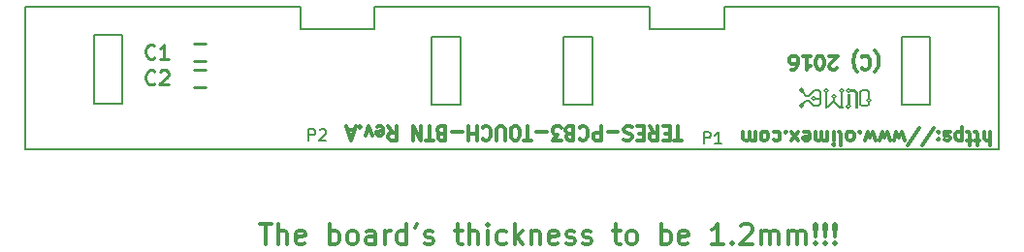
<source format=gbr>
G04 #@! TF.FileFunction,Legend,Top*
%FSLAX46Y46*%
G04 Gerber Fmt 4.6, Leading zero omitted, Abs format (unit mm)*
G04 Created by KiCad (PCBNEW no-vcs-found-undefined) date Tue Nov  8 14:46:45 2016*
%MOMM*%
%LPD*%
G01*
G04 APERTURE LIST*
%ADD10C,0.600000*%
%ADD11C,0.300000*%
%ADD12C,0.150000*%
%ADD13C,0.254000*%
%ADD14C,0.012700*%
%ADD15C,0.062500*%
%ADD16C,0.010000*%
%ADD17C,0.200000*%
G04 APERTURE END LIST*
D10*
D11*
X149183285Y-76343000D02*
X149240428Y-76400142D01*
X149354714Y-76571571D01*
X149411857Y-76685857D01*
X149469000Y-76857285D01*
X149526142Y-77143000D01*
X149526142Y-77371571D01*
X149469000Y-77657285D01*
X149411857Y-77828714D01*
X149354714Y-77943000D01*
X149240428Y-78114428D01*
X149183285Y-78171571D01*
X148040428Y-76914428D02*
X148097571Y-76857285D01*
X148269000Y-76800142D01*
X148383285Y-76800142D01*
X148554714Y-76857285D01*
X148669000Y-76971571D01*
X148726142Y-77085857D01*
X148783285Y-77314428D01*
X148783285Y-77485857D01*
X148726142Y-77714428D01*
X148669000Y-77828714D01*
X148554714Y-77943000D01*
X148383285Y-78000142D01*
X148269000Y-78000142D01*
X148097571Y-77943000D01*
X148040428Y-77885857D01*
X147640428Y-76343000D02*
X147583285Y-76400142D01*
X147469000Y-76571571D01*
X147411857Y-76685857D01*
X147354714Y-76857285D01*
X147297571Y-77143000D01*
X147297571Y-77371571D01*
X147354714Y-77657285D01*
X147411857Y-77828714D01*
X147469000Y-77943000D01*
X147583285Y-78114428D01*
X147640428Y-78171571D01*
X145869000Y-77885857D02*
X145811857Y-77943000D01*
X145697571Y-78000142D01*
X145411857Y-78000142D01*
X145297571Y-77943000D01*
X145240428Y-77885857D01*
X145183285Y-77771571D01*
X145183285Y-77657285D01*
X145240428Y-77485857D01*
X145926142Y-76800142D01*
X145183285Y-76800142D01*
X144440428Y-78000142D02*
X144326142Y-78000142D01*
X144211857Y-77943000D01*
X144154714Y-77885857D01*
X144097571Y-77771571D01*
X144040428Y-77543000D01*
X144040428Y-77257285D01*
X144097571Y-77028714D01*
X144154714Y-76914428D01*
X144211857Y-76857285D01*
X144326142Y-76800142D01*
X144440428Y-76800142D01*
X144554714Y-76857285D01*
X144611857Y-76914428D01*
X144669000Y-77028714D01*
X144726142Y-77257285D01*
X144726142Y-77543000D01*
X144669000Y-77771571D01*
X144611857Y-77885857D01*
X144554714Y-77943000D01*
X144440428Y-78000142D01*
X142897571Y-76800142D02*
X143583285Y-76800142D01*
X143240428Y-76800142D02*
X143240428Y-78000142D01*
X143354714Y-77828714D01*
X143469000Y-77714428D01*
X143583285Y-77657285D01*
X141869000Y-78000142D02*
X142097571Y-78000142D01*
X142211857Y-77943000D01*
X142269000Y-77885857D01*
X142383285Y-77714428D01*
X142440428Y-77485857D01*
X142440428Y-77028714D01*
X142383285Y-76914428D01*
X142326142Y-76857285D01*
X142211857Y-76800142D01*
X141983285Y-76800142D01*
X141869000Y-76857285D01*
X141811857Y-76914428D01*
X141754714Y-77028714D01*
X141754714Y-77314428D01*
X141811857Y-77428714D01*
X141869000Y-77485857D01*
X141983285Y-77543000D01*
X142211857Y-77543000D01*
X142326142Y-77485857D01*
X142383285Y-77428714D01*
X142440428Y-77314428D01*
X159234428Y-83404142D02*
X159234428Y-84604142D01*
X158720142Y-83404142D02*
X158720142Y-84032714D01*
X158777285Y-84147000D01*
X158891571Y-84204142D01*
X159063000Y-84204142D01*
X159177285Y-84147000D01*
X159234428Y-84089857D01*
X158320142Y-84204142D02*
X157863000Y-84204142D01*
X158148714Y-84604142D02*
X158148714Y-83575571D01*
X158091571Y-83461285D01*
X157977285Y-83404142D01*
X157863000Y-83404142D01*
X157634428Y-84204142D02*
X157177285Y-84204142D01*
X157463000Y-84604142D02*
X157463000Y-83575571D01*
X157405857Y-83461285D01*
X157291571Y-83404142D01*
X157177285Y-83404142D01*
X156777285Y-84204142D02*
X156777285Y-83004142D01*
X156777285Y-84147000D02*
X156663000Y-84204142D01*
X156434428Y-84204142D01*
X156320142Y-84147000D01*
X156263000Y-84089857D01*
X156205857Y-83975571D01*
X156205857Y-83632714D01*
X156263000Y-83518428D01*
X156320142Y-83461285D01*
X156434428Y-83404142D01*
X156663000Y-83404142D01*
X156777285Y-83461285D01*
X155748714Y-83461285D02*
X155634428Y-83404142D01*
X155405857Y-83404142D01*
X155291571Y-83461285D01*
X155234428Y-83575571D01*
X155234428Y-83632714D01*
X155291571Y-83747000D01*
X155405857Y-83804142D01*
X155577285Y-83804142D01*
X155691571Y-83861285D01*
X155748714Y-83975571D01*
X155748714Y-84032714D01*
X155691571Y-84147000D01*
X155577285Y-84204142D01*
X155405857Y-84204142D01*
X155291571Y-84147000D01*
X154720142Y-83518428D02*
X154663000Y-83461285D01*
X154720142Y-83404142D01*
X154777285Y-83461285D01*
X154720142Y-83518428D01*
X154720142Y-83404142D01*
X154720142Y-84147000D02*
X154663000Y-84089857D01*
X154720142Y-84032714D01*
X154777285Y-84089857D01*
X154720142Y-84147000D01*
X154720142Y-84032714D01*
X153291571Y-84661285D02*
X154320142Y-83118428D01*
X152034428Y-84661285D02*
X153063000Y-83118428D01*
X151748714Y-84204142D02*
X151520142Y-83404142D01*
X151291571Y-83975571D01*
X151063000Y-83404142D01*
X150834428Y-84204142D01*
X150491571Y-84204142D02*
X150263000Y-83404142D01*
X150034428Y-83975571D01*
X149805857Y-83404142D01*
X149577285Y-84204142D01*
X149234428Y-84204142D02*
X149005857Y-83404142D01*
X148777285Y-83975571D01*
X148548714Y-83404142D01*
X148320142Y-84204142D01*
X147863000Y-83518428D02*
X147805857Y-83461285D01*
X147863000Y-83404142D01*
X147920142Y-83461285D01*
X147863000Y-83518428D01*
X147863000Y-83404142D01*
X147120142Y-83404142D02*
X147234428Y-83461285D01*
X147291571Y-83518428D01*
X147348714Y-83632714D01*
X147348714Y-83975571D01*
X147291571Y-84089857D01*
X147234428Y-84147000D01*
X147120142Y-84204142D01*
X146948714Y-84204142D01*
X146834428Y-84147000D01*
X146777285Y-84089857D01*
X146720142Y-83975571D01*
X146720142Y-83632714D01*
X146777285Y-83518428D01*
X146834428Y-83461285D01*
X146948714Y-83404142D01*
X147120142Y-83404142D01*
X146034428Y-83404142D02*
X146148714Y-83461285D01*
X146205857Y-83575571D01*
X146205857Y-84604142D01*
X145577285Y-83404142D02*
X145577285Y-84204142D01*
X145577285Y-84604142D02*
X145634428Y-84547000D01*
X145577285Y-84489857D01*
X145520142Y-84547000D01*
X145577285Y-84604142D01*
X145577285Y-84489857D01*
X145005857Y-83404142D02*
X145005857Y-84204142D01*
X145005857Y-84089857D02*
X144948714Y-84147000D01*
X144834428Y-84204142D01*
X144663000Y-84204142D01*
X144548714Y-84147000D01*
X144491571Y-84032714D01*
X144491571Y-83404142D01*
X144491571Y-84032714D02*
X144434428Y-84147000D01*
X144320142Y-84204142D01*
X144148714Y-84204142D01*
X144034428Y-84147000D01*
X143977285Y-84032714D01*
X143977285Y-83404142D01*
X142948714Y-83461285D02*
X143063000Y-83404142D01*
X143291571Y-83404142D01*
X143405857Y-83461285D01*
X143463000Y-83575571D01*
X143463000Y-84032714D01*
X143405857Y-84147000D01*
X143291571Y-84204142D01*
X143063000Y-84204142D01*
X142948714Y-84147000D01*
X142891571Y-84032714D01*
X142891571Y-83918428D01*
X143463000Y-83804142D01*
X142491571Y-83404142D02*
X141863000Y-84204142D01*
X142491571Y-84204142D02*
X141863000Y-83404142D01*
X141405857Y-83518428D02*
X141348714Y-83461285D01*
X141405857Y-83404142D01*
X141463000Y-83461285D01*
X141405857Y-83518428D01*
X141405857Y-83404142D01*
X140320142Y-83461285D02*
X140434428Y-83404142D01*
X140663000Y-83404142D01*
X140777285Y-83461285D01*
X140834428Y-83518428D01*
X140891571Y-83632714D01*
X140891571Y-83975571D01*
X140834428Y-84089857D01*
X140777285Y-84147000D01*
X140663000Y-84204142D01*
X140434428Y-84204142D01*
X140320142Y-84147000D01*
X139634428Y-83404142D02*
X139748714Y-83461285D01*
X139805857Y-83518428D01*
X139863000Y-83632714D01*
X139863000Y-83975571D01*
X139805857Y-84089857D01*
X139748714Y-84147000D01*
X139634428Y-84204142D01*
X139463000Y-84204142D01*
X139348714Y-84147000D01*
X139291571Y-84089857D01*
X139234428Y-83975571D01*
X139234428Y-83632714D01*
X139291571Y-83518428D01*
X139348714Y-83461285D01*
X139463000Y-83404142D01*
X139634428Y-83404142D01*
X138720142Y-83404142D02*
X138720142Y-84204142D01*
X138720142Y-84089857D02*
X138663000Y-84147000D01*
X138548714Y-84204142D01*
X138377285Y-84204142D01*
X138263000Y-84147000D01*
X138205857Y-84032714D01*
X138205857Y-83404142D01*
X138205857Y-84032714D02*
X138148714Y-84147000D01*
X138034428Y-84204142D01*
X137863000Y-84204142D01*
X137748714Y-84147000D01*
X137691571Y-84032714D01*
X137691571Y-83404142D01*
X95482833Y-91482333D02*
X96498833Y-91482333D01*
X95990833Y-93260333D02*
X95990833Y-91482333D01*
X97091500Y-93260333D02*
X97091500Y-91482333D01*
X97853500Y-93260333D02*
X97853500Y-92329000D01*
X97768833Y-92159666D01*
X97599500Y-92075000D01*
X97345500Y-92075000D01*
X97176166Y-92159666D01*
X97091500Y-92244333D01*
X99377500Y-93175666D02*
X99208166Y-93260333D01*
X98869500Y-93260333D01*
X98700166Y-93175666D01*
X98615500Y-93006333D01*
X98615500Y-92329000D01*
X98700166Y-92159666D01*
X98869500Y-92075000D01*
X99208166Y-92075000D01*
X99377500Y-92159666D01*
X99462166Y-92329000D01*
X99462166Y-92498333D01*
X98615500Y-92667666D01*
X101578833Y-93260333D02*
X101578833Y-91482333D01*
X101578833Y-92159666D02*
X101748166Y-92075000D01*
X102086833Y-92075000D01*
X102256166Y-92159666D01*
X102340833Y-92244333D01*
X102425500Y-92413666D01*
X102425500Y-92921666D01*
X102340833Y-93091000D01*
X102256166Y-93175666D01*
X102086833Y-93260333D01*
X101748166Y-93260333D01*
X101578833Y-93175666D01*
X103441500Y-93260333D02*
X103272166Y-93175666D01*
X103187500Y-93091000D01*
X103102833Y-92921666D01*
X103102833Y-92413666D01*
X103187500Y-92244333D01*
X103272166Y-92159666D01*
X103441500Y-92075000D01*
X103695500Y-92075000D01*
X103864833Y-92159666D01*
X103949500Y-92244333D01*
X104034166Y-92413666D01*
X104034166Y-92921666D01*
X103949500Y-93091000D01*
X103864833Y-93175666D01*
X103695500Y-93260333D01*
X103441500Y-93260333D01*
X105558166Y-93260333D02*
X105558166Y-92329000D01*
X105473500Y-92159666D01*
X105304166Y-92075000D01*
X104965500Y-92075000D01*
X104796166Y-92159666D01*
X105558166Y-93175666D02*
X105388833Y-93260333D01*
X104965500Y-93260333D01*
X104796166Y-93175666D01*
X104711500Y-93006333D01*
X104711500Y-92837000D01*
X104796166Y-92667666D01*
X104965500Y-92583000D01*
X105388833Y-92583000D01*
X105558166Y-92498333D01*
X106404833Y-93260333D02*
X106404833Y-92075000D01*
X106404833Y-92413666D02*
X106489500Y-92244333D01*
X106574166Y-92159666D01*
X106743500Y-92075000D01*
X106912833Y-92075000D01*
X108267500Y-93260333D02*
X108267500Y-91482333D01*
X108267500Y-93175666D02*
X108098166Y-93260333D01*
X107759500Y-93260333D01*
X107590166Y-93175666D01*
X107505500Y-93091000D01*
X107420833Y-92921666D01*
X107420833Y-92413666D01*
X107505500Y-92244333D01*
X107590166Y-92159666D01*
X107759500Y-92075000D01*
X108098166Y-92075000D01*
X108267500Y-92159666D01*
X109198833Y-91482333D02*
X109029500Y-91821000D01*
X109876166Y-93175666D02*
X110045500Y-93260333D01*
X110384166Y-93260333D01*
X110553500Y-93175666D01*
X110638166Y-93006333D01*
X110638166Y-92921666D01*
X110553500Y-92752333D01*
X110384166Y-92667666D01*
X110130166Y-92667666D01*
X109960833Y-92583000D01*
X109876166Y-92413666D01*
X109876166Y-92329000D01*
X109960833Y-92159666D01*
X110130166Y-92075000D01*
X110384166Y-92075000D01*
X110553500Y-92159666D01*
X112500833Y-92075000D02*
X113178166Y-92075000D01*
X112754833Y-91482333D02*
X112754833Y-93006333D01*
X112839500Y-93175666D01*
X113008833Y-93260333D01*
X113178166Y-93260333D01*
X113770833Y-93260333D02*
X113770833Y-91482333D01*
X114532833Y-93260333D02*
X114532833Y-92329000D01*
X114448166Y-92159666D01*
X114278833Y-92075000D01*
X114024833Y-92075000D01*
X113855500Y-92159666D01*
X113770833Y-92244333D01*
X115379500Y-93260333D02*
X115379500Y-92075000D01*
X115379500Y-91482333D02*
X115294833Y-91567000D01*
X115379500Y-91651666D01*
X115464166Y-91567000D01*
X115379500Y-91482333D01*
X115379500Y-91651666D01*
X116988166Y-93175666D02*
X116818833Y-93260333D01*
X116480166Y-93260333D01*
X116310833Y-93175666D01*
X116226166Y-93091000D01*
X116141500Y-92921666D01*
X116141500Y-92413666D01*
X116226166Y-92244333D01*
X116310833Y-92159666D01*
X116480166Y-92075000D01*
X116818833Y-92075000D01*
X116988166Y-92159666D01*
X117750166Y-93260333D02*
X117750166Y-91482333D01*
X117919500Y-92583000D02*
X118427500Y-93260333D01*
X118427500Y-92075000D02*
X117750166Y-92752333D01*
X119189500Y-92075000D02*
X119189500Y-93260333D01*
X119189500Y-92244333D02*
X119274166Y-92159666D01*
X119443500Y-92075000D01*
X119697500Y-92075000D01*
X119866833Y-92159666D01*
X119951500Y-92329000D01*
X119951500Y-93260333D01*
X121475500Y-93175666D02*
X121306166Y-93260333D01*
X120967500Y-93260333D01*
X120798166Y-93175666D01*
X120713500Y-93006333D01*
X120713500Y-92329000D01*
X120798166Y-92159666D01*
X120967500Y-92075000D01*
X121306166Y-92075000D01*
X121475500Y-92159666D01*
X121560166Y-92329000D01*
X121560166Y-92498333D01*
X120713500Y-92667666D01*
X122237500Y-93175666D02*
X122406833Y-93260333D01*
X122745500Y-93260333D01*
X122914833Y-93175666D01*
X122999500Y-93006333D01*
X122999500Y-92921666D01*
X122914833Y-92752333D01*
X122745500Y-92667666D01*
X122491500Y-92667666D01*
X122322166Y-92583000D01*
X122237500Y-92413666D01*
X122237500Y-92329000D01*
X122322166Y-92159666D01*
X122491500Y-92075000D01*
X122745500Y-92075000D01*
X122914833Y-92159666D01*
X123676833Y-93175666D02*
X123846166Y-93260333D01*
X124184833Y-93260333D01*
X124354166Y-93175666D01*
X124438833Y-93006333D01*
X124438833Y-92921666D01*
X124354166Y-92752333D01*
X124184833Y-92667666D01*
X123930833Y-92667666D01*
X123761500Y-92583000D01*
X123676833Y-92413666D01*
X123676833Y-92329000D01*
X123761500Y-92159666D01*
X123930833Y-92075000D01*
X124184833Y-92075000D01*
X124354166Y-92159666D01*
X126301500Y-92075000D02*
X126978833Y-92075000D01*
X126555500Y-91482333D02*
X126555500Y-93006333D01*
X126640166Y-93175666D01*
X126809500Y-93260333D01*
X126978833Y-93260333D01*
X127825500Y-93260333D02*
X127656166Y-93175666D01*
X127571500Y-93091000D01*
X127486833Y-92921666D01*
X127486833Y-92413666D01*
X127571500Y-92244333D01*
X127656166Y-92159666D01*
X127825500Y-92075000D01*
X128079500Y-92075000D01*
X128248833Y-92159666D01*
X128333500Y-92244333D01*
X128418166Y-92413666D01*
X128418166Y-92921666D01*
X128333500Y-93091000D01*
X128248833Y-93175666D01*
X128079500Y-93260333D01*
X127825500Y-93260333D01*
X130534833Y-93260333D02*
X130534833Y-91482333D01*
X130534833Y-92159666D02*
X130704166Y-92075000D01*
X131042833Y-92075000D01*
X131212166Y-92159666D01*
X131296833Y-92244333D01*
X131381500Y-92413666D01*
X131381500Y-92921666D01*
X131296833Y-93091000D01*
X131212166Y-93175666D01*
X131042833Y-93260333D01*
X130704166Y-93260333D01*
X130534833Y-93175666D01*
X132820833Y-93175666D02*
X132651500Y-93260333D01*
X132312833Y-93260333D01*
X132143500Y-93175666D01*
X132058833Y-93006333D01*
X132058833Y-92329000D01*
X132143500Y-92159666D01*
X132312833Y-92075000D01*
X132651500Y-92075000D01*
X132820833Y-92159666D01*
X132905500Y-92329000D01*
X132905500Y-92498333D01*
X132058833Y-92667666D01*
X135953500Y-93260333D02*
X134937500Y-93260333D01*
X135445500Y-93260333D02*
X135445500Y-91482333D01*
X135276166Y-91736333D01*
X135106833Y-91905666D01*
X134937500Y-91990333D01*
X136715500Y-93091000D02*
X136800166Y-93175666D01*
X136715500Y-93260333D01*
X136630833Y-93175666D01*
X136715500Y-93091000D01*
X136715500Y-93260333D01*
X137477500Y-91651666D02*
X137562166Y-91567000D01*
X137731500Y-91482333D01*
X138154833Y-91482333D01*
X138324166Y-91567000D01*
X138408833Y-91651666D01*
X138493500Y-91821000D01*
X138493500Y-91990333D01*
X138408833Y-92244333D01*
X137392833Y-93260333D01*
X138493500Y-93260333D01*
X139255500Y-93260333D02*
X139255500Y-92075000D01*
X139255500Y-92244333D02*
X139340166Y-92159666D01*
X139509500Y-92075000D01*
X139763500Y-92075000D01*
X139932833Y-92159666D01*
X140017500Y-92329000D01*
X140017500Y-93260333D01*
X140017500Y-92329000D02*
X140102166Y-92159666D01*
X140271500Y-92075000D01*
X140525500Y-92075000D01*
X140694833Y-92159666D01*
X140779500Y-92329000D01*
X140779500Y-93260333D01*
X141626166Y-93260333D02*
X141626166Y-92075000D01*
X141626166Y-92244333D02*
X141710833Y-92159666D01*
X141880166Y-92075000D01*
X142134166Y-92075000D01*
X142303500Y-92159666D01*
X142388166Y-92329000D01*
X142388166Y-93260333D01*
X142388166Y-92329000D02*
X142472833Y-92159666D01*
X142642166Y-92075000D01*
X142896166Y-92075000D01*
X143065500Y-92159666D01*
X143150166Y-92329000D01*
X143150166Y-93260333D01*
X143996833Y-93091000D02*
X144081500Y-93175666D01*
X143996833Y-93260333D01*
X143912166Y-93175666D01*
X143996833Y-93091000D01*
X143996833Y-93260333D01*
X143996833Y-92583000D02*
X143912166Y-91567000D01*
X143996833Y-91482333D01*
X144081500Y-91567000D01*
X143996833Y-92583000D01*
X143996833Y-91482333D01*
X144843500Y-93091000D02*
X144928166Y-93175666D01*
X144843500Y-93260333D01*
X144758833Y-93175666D01*
X144843500Y-93091000D01*
X144843500Y-93260333D01*
X144843500Y-92583000D02*
X144758833Y-91567000D01*
X144843500Y-91482333D01*
X144928166Y-91567000D01*
X144843500Y-92583000D01*
X144843500Y-91482333D01*
X145690166Y-93091000D02*
X145774833Y-93175666D01*
X145690166Y-93260333D01*
X145605500Y-93175666D01*
X145690166Y-93091000D01*
X145690166Y-93260333D01*
X145690166Y-92583000D02*
X145605500Y-91567000D01*
X145690166Y-91482333D01*
X145774833Y-91567000D01*
X145690166Y-92583000D01*
X145690166Y-91482333D01*
D12*
X124500000Y-75100000D02*
X124500000Y-81100000D01*
X122000000Y-81100000D02*
X122000000Y-75100000D01*
X124500000Y-81100000D02*
X122000000Y-81100000D01*
X122000000Y-75100000D02*
X124500000Y-75100000D01*
X151500000Y-81100000D02*
X151500000Y-75100000D01*
X154000000Y-75100000D02*
X154000000Y-81100000D01*
X151500000Y-75100000D02*
X154000000Y-75100000D01*
X154000000Y-81100000D02*
X151500000Y-81100000D01*
X110500000Y-81100000D02*
X110500000Y-75100000D01*
X110500000Y-75100000D02*
X113000000Y-75100000D01*
X113000000Y-75100000D02*
X113000000Y-81100000D01*
X113000000Y-81100000D02*
X110500000Y-81100000D01*
D11*
X132357142Y-84157142D02*
X131671428Y-84157142D01*
X132014285Y-82957142D02*
X132014285Y-84157142D01*
X131271428Y-83585714D02*
X130871428Y-83585714D01*
X130700000Y-82957142D02*
X131271428Y-82957142D01*
X131271428Y-84157142D01*
X130700000Y-84157142D01*
X129500000Y-82957142D02*
X129900000Y-83528571D01*
X130185714Y-82957142D02*
X130185714Y-84157142D01*
X129728571Y-84157142D01*
X129614285Y-84100000D01*
X129557142Y-84042857D01*
X129500000Y-83928571D01*
X129500000Y-83757142D01*
X129557142Y-83642857D01*
X129614285Y-83585714D01*
X129728571Y-83528571D01*
X130185714Y-83528571D01*
X128985714Y-83585714D02*
X128585714Y-83585714D01*
X128414285Y-82957142D02*
X128985714Y-82957142D01*
X128985714Y-84157142D01*
X128414285Y-84157142D01*
X127957142Y-83014285D02*
X127785714Y-82957142D01*
X127500000Y-82957142D01*
X127385714Y-83014285D01*
X127328571Y-83071428D01*
X127271428Y-83185714D01*
X127271428Y-83300000D01*
X127328571Y-83414285D01*
X127385714Y-83471428D01*
X127500000Y-83528571D01*
X127728571Y-83585714D01*
X127842857Y-83642857D01*
X127900000Y-83700000D01*
X127957142Y-83814285D01*
X127957142Y-83928571D01*
X127900000Y-84042857D01*
X127842857Y-84100000D01*
X127728571Y-84157142D01*
X127442857Y-84157142D01*
X127271428Y-84100000D01*
X126757142Y-83414285D02*
X125842857Y-83414285D01*
X125271428Y-82957142D02*
X125271428Y-84157142D01*
X124814285Y-84157142D01*
X124700000Y-84100000D01*
X124642857Y-84042857D01*
X124585714Y-83928571D01*
X124585714Y-83757142D01*
X124642857Y-83642857D01*
X124700000Y-83585714D01*
X124814285Y-83528571D01*
X125271428Y-83528571D01*
X123385714Y-83071428D02*
X123442857Y-83014285D01*
X123614285Y-82957142D01*
X123728571Y-82957142D01*
X123900000Y-83014285D01*
X124014285Y-83128571D01*
X124071428Y-83242857D01*
X124128571Y-83471428D01*
X124128571Y-83642857D01*
X124071428Y-83871428D01*
X124014285Y-83985714D01*
X123900000Y-84100000D01*
X123728571Y-84157142D01*
X123614285Y-84157142D01*
X123442857Y-84100000D01*
X123385714Y-84042857D01*
X122471428Y-83585714D02*
X122300000Y-83528571D01*
X122242857Y-83471428D01*
X122185714Y-83357142D01*
X122185714Y-83185714D01*
X122242857Y-83071428D01*
X122300000Y-83014285D01*
X122414285Y-82957142D01*
X122871428Y-82957142D01*
X122871428Y-84157142D01*
X122471428Y-84157142D01*
X122357142Y-84100000D01*
X122300000Y-84042857D01*
X122242857Y-83928571D01*
X122242857Y-83814285D01*
X122300000Y-83700000D01*
X122357142Y-83642857D01*
X122471428Y-83585714D01*
X122871428Y-83585714D01*
X121785714Y-84157142D02*
X121042857Y-84157142D01*
X121442857Y-83700000D01*
X121271428Y-83700000D01*
X121157142Y-83642857D01*
X121100000Y-83585714D01*
X121042857Y-83471428D01*
X121042857Y-83185714D01*
X121100000Y-83071428D01*
X121157142Y-83014285D01*
X121271428Y-82957142D01*
X121614285Y-82957142D01*
X121728571Y-83014285D01*
X121785714Y-83071428D01*
X120528571Y-83414285D02*
X119614285Y-83414285D01*
X119214285Y-84157142D02*
X118528571Y-84157142D01*
X118871428Y-82957142D02*
X118871428Y-84157142D01*
X117900000Y-84157142D02*
X117671428Y-84157142D01*
X117557142Y-84100000D01*
X117442857Y-83985714D01*
X117385714Y-83757142D01*
X117385714Y-83357142D01*
X117442857Y-83128571D01*
X117557142Y-83014285D01*
X117671428Y-82957142D01*
X117900000Y-82957142D01*
X118014285Y-83014285D01*
X118128571Y-83128571D01*
X118185714Y-83357142D01*
X118185714Y-83757142D01*
X118128571Y-83985714D01*
X118014285Y-84100000D01*
X117900000Y-84157142D01*
X116871428Y-84157142D02*
X116871428Y-83185714D01*
X116814285Y-83071428D01*
X116757142Y-83014285D01*
X116642857Y-82957142D01*
X116414285Y-82957142D01*
X116300000Y-83014285D01*
X116242857Y-83071428D01*
X116185714Y-83185714D01*
X116185714Y-84157142D01*
X114928571Y-83071428D02*
X114985714Y-83014285D01*
X115157142Y-82957142D01*
X115271428Y-82957142D01*
X115442857Y-83014285D01*
X115557142Y-83128571D01*
X115614285Y-83242857D01*
X115671428Y-83471428D01*
X115671428Y-83642857D01*
X115614285Y-83871428D01*
X115557142Y-83985714D01*
X115442857Y-84100000D01*
X115271428Y-84157142D01*
X115157142Y-84157142D01*
X114985714Y-84100000D01*
X114928571Y-84042857D01*
X114414285Y-82957142D02*
X114414285Y-84157142D01*
X114414285Y-83585714D02*
X113728571Y-83585714D01*
X113728571Y-82957142D02*
X113728571Y-84157142D01*
X113157142Y-83414285D02*
X112242857Y-83414285D01*
X111271428Y-83585714D02*
X111100000Y-83528571D01*
X111042857Y-83471428D01*
X110985714Y-83357142D01*
X110985714Y-83185714D01*
X111042857Y-83071428D01*
X111100000Y-83014285D01*
X111214285Y-82957142D01*
X111671428Y-82957142D01*
X111671428Y-84157142D01*
X111271428Y-84157142D01*
X111157142Y-84100000D01*
X111100000Y-84042857D01*
X111042857Y-83928571D01*
X111042857Y-83814285D01*
X111100000Y-83700000D01*
X111157142Y-83642857D01*
X111271428Y-83585714D01*
X111671428Y-83585714D01*
X110642857Y-84157142D02*
X109957142Y-84157142D01*
X110300000Y-82957142D02*
X110300000Y-84157142D01*
X109557142Y-82957142D02*
X109557142Y-84157142D01*
X108871428Y-82957142D01*
X108871428Y-84157142D01*
X106700000Y-82957142D02*
X107100000Y-83528571D01*
X107385714Y-82957142D02*
X107385714Y-84157142D01*
X106928571Y-84157142D01*
X106814285Y-84100000D01*
X106757142Y-84042857D01*
X106700000Y-83928571D01*
X106700000Y-83757142D01*
X106757142Y-83642857D01*
X106814285Y-83585714D01*
X106928571Y-83528571D01*
X107385714Y-83528571D01*
X105728571Y-83014285D02*
X105842857Y-82957142D01*
X106071428Y-82957142D01*
X106185714Y-83014285D01*
X106242857Y-83128571D01*
X106242857Y-83585714D01*
X106185714Y-83700000D01*
X106071428Y-83757142D01*
X105842857Y-83757142D01*
X105728571Y-83700000D01*
X105671428Y-83585714D01*
X105671428Y-83471428D01*
X106242857Y-83357142D01*
X105271428Y-83757142D02*
X104985714Y-82957142D01*
X104700000Y-83757142D01*
X104242857Y-83071428D02*
X104185714Y-83014285D01*
X104242857Y-82957142D01*
X104300000Y-83014285D01*
X104242857Y-83071428D01*
X104242857Y-82957142D01*
X103728571Y-83300000D02*
X103157142Y-83300000D01*
X103842857Y-82957142D02*
X103442857Y-84157142D01*
X103042857Y-82957142D01*
D12*
X83500000Y-81000000D02*
X81000000Y-81000000D01*
X83500000Y-75000000D02*
X83500000Y-81000000D01*
X81000000Y-75000000D02*
X83500000Y-75000000D01*
X81000000Y-81000000D02*
X81000000Y-75000000D01*
X136000000Y-72500000D02*
X160000000Y-72500000D01*
X136000000Y-74500000D02*
X136000000Y-72500000D01*
X129500000Y-74500000D02*
X136000000Y-74500000D01*
X129500000Y-72500000D02*
X129500000Y-74500000D01*
X105500000Y-72500000D02*
X129500000Y-72500000D01*
X105500000Y-74500000D02*
X105500000Y-72500000D01*
X99000000Y-74500000D02*
X105500000Y-74500000D01*
X99000000Y-72500000D02*
X99000000Y-74500000D01*
X75000000Y-72500000D02*
X99000000Y-72500000D01*
X160000000Y-72500000D02*
X160000000Y-85000000D01*
X75000000Y-85000000D02*
X75000000Y-72500000D01*
X75000000Y-85000000D02*
X160000000Y-85000000D01*
D13*
X90758000Y-75738000D02*
X89742000Y-75738000D01*
X90758000Y-77262000D02*
X89742000Y-77262000D01*
X90758000Y-77988000D02*
X89742000Y-77988000D01*
X90758000Y-79512000D02*
X89742000Y-79512000D01*
D14*
X144830800Y-81292700D02*
X144830800Y-81277460D01*
X144846040Y-81290160D02*
X144825720Y-81290160D01*
X144823180Y-81295240D02*
X144823180Y-81264760D01*
X144858740Y-81300320D02*
X144820640Y-81300320D01*
X144899380Y-81310480D02*
X144813020Y-81310480D01*
X144813020Y-81310480D02*
X144813020Y-81213960D01*
X146359880Y-81285080D02*
X146344640Y-81285080D01*
X146362420Y-81305400D02*
X146362420Y-81264760D01*
X146319240Y-81297780D02*
X146364960Y-81297780D01*
X146372580Y-81213960D02*
X146372580Y-81310480D01*
X146372580Y-81310480D02*
X146044920Y-81310480D01*
X146944080Y-80215740D02*
X146758660Y-80215740D01*
X146944080Y-80203040D02*
X146761200Y-80203040D01*
X146944080Y-80190340D02*
X146761200Y-80190340D01*
X146941540Y-80177640D02*
X146758660Y-80177640D01*
X146946620Y-80164940D02*
X146946620Y-80987900D01*
X146756120Y-80261460D02*
X146756120Y-80164940D01*
X146756120Y-80164940D02*
X146946620Y-80164940D01*
X147444460Y-81290160D02*
X147444460Y-81211420D01*
X147629880Y-81290160D02*
X147629880Y-81216500D01*
D15*
X147513040Y-81259680D02*
X147464780Y-81259680D01*
X147609560Y-81262220D02*
X147561300Y-81262220D01*
D16*
X147535900Y-81292700D02*
X147434300Y-81292700D01*
X147434300Y-81292700D02*
X147434300Y-80035400D01*
X147383500Y-79743300D02*
X147396200Y-79756000D01*
X147396200Y-79743300D02*
X147078700Y-79743300D01*
X147624800Y-79959200D02*
X147637500Y-79984600D01*
X147637500Y-79997300D02*
X147637500Y-79984600D01*
X147637500Y-79984600D02*
X147637500Y-79971900D01*
X147637500Y-79971900D02*
X147396200Y-79743300D01*
X147535900Y-81292700D02*
X147637500Y-81292700D01*
X147637500Y-81292700D02*
X147637500Y-79997300D01*
D17*
X148031200Y-79832200D02*
X148526500Y-79832200D01*
X148526500Y-79832200D02*
X148678900Y-79971900D01*
X148678900Y-80873600D02*
X148678900Y-81038700D01*
X148678900Y-81038700D02*
X148526500Y-81191100D01*
X148526500Y-81191100D02*
X148043900Y-81191100D01*
D12*
X143974839Y-80518000D02*
G75*
G03X143974839Y-80518000I-172739J0D01*
G01*
D17*
X144005300Y-80518000D02*
X144437100Y-80518000D01*
D12*
X142933439Y-81127600D02*
G75*
G03X142933439Y-81127600I-172739J0D01*
G01*
D17*
X143167100Y-80695800D02*
X142913100Y-80949800D01*
X143370300Y-80695800D02*
X143167100Y-80695800D01*
X143865600Y-81191100D02*
X143370300Y-80695800D01*
X144259300Y-81191100D02*
X143865600Y-81191100D01*
X144437100Y-80505300D02*
X144437100Y-81013300D01*
X144437100Y-81013300D02*
X144259300Y-81191100D01*
X144437100Y-79946500D02*
X144437100Y-80518000D01*
X144272000Y-79768700D02*
X144437100Y-79946500D01*
X143878300Y-79768700D02*
X144272000Y-79768700D01*
X143370300Y-80276700D02*
X143878300Y-79768700D01*
X143179800Y-80276700D02*
X143370300Y-80276700D01*
X142887700Y-79984600D02*
X143179800Y-80276700D01*
D12*
X142946139Y-79819500D02*
G75*
G03X142946139Y-79819500I-172739J0D01*
G01*
X145079739Y-79832200D02*
G75*
G03X145079739Y-79832200I-172739J0D01*
G01*
D17*
X144907000Y-81216500D02*
X144907000Y-80086200D01*
X145122900Y-81216500D02*
X144907000Y-81216500D01*
D12*
X145778239Y-80340200D02*
G75*
G03X145778239Y-80340200I-172739J0D01*
G01*
D17*
X145605500Y-80746600D02*
X145122900Y-81216500D01*
X145605500Y-80772000D02*
X145605500Y-80568800D01*
X146050000Y-81216500D02*
X145605500Y-80772000D01*
X146278600Y-81216500D02*
X146050000Y-81216500D01*
X146278600Y-80048100D02*
X146278600Y-81216500D01*
D12*
X146451339Y-79832200D02*
G75*
G03X146451339Y-79832200I-172739J0D01*
G01*
X147022839Y-81203800D02*
G75*
G03X147022839Y-81203800I-172739J0D01*
G01*
D17*
X146850100Y-80975200D02*
X146850100Y-80264000D01*
D12*
X147022839Y-79832200D02*
G75*
G03X147022839Y-79832200I-172739J0D01*
G01*
D17*
X147358100Y-79844900D02*
X147078700Y-79844900D01*
X147535900Y-80010000D02*
X147358100Y-79844900D01*
X147535900Y-81191100D02*
X147535900Y-80010000D01*
X148678900Y-80441800D02*
X148678900Y-79997300D01*
X148031200Y-79832200D02*
X147891500Y-79971900D01*
X147891500Y-81000600D02*
X147891500Y-79997300D01*
X148043900Y-81189300D02*
X147891500Y-81038700D01*
D12*
X148851639Y-80670400D02*
G75*
G03X148851639Y-80670400I-172739J0D01*
G01*
D13*
X86288333Y-76953571D02*
X86227857Y-77014047D01*
X86046428Y-77074523D01*
X85925476Y-77074523D01*
X85744047Y-77014047D01*
X85623095Y-76893095D01*
X85562619Y-76772142D01*
X85502142Y-76530238D01*
X85502142Y-76348809D01*
X85562619Y-76106904D01*
X85623095Y-75985952D01*
X85744047Y-75865000D01*
X85925476Y-75804523D01*
X86046428Y-75804523D01*
X86227857Y-75865000D01*
X86288333Y-75925476D01*
X87497857Y-77074523D02*
X86772142Y-77074523D01*
X87135000Y-77074523D02*
X87135000Y-75804523D01*
X87014047Y-75985952D01*
X86893095Y-76106904D01*
X86772142Y-76167380D01*
X86288333Y-79203571D02*
X86227857Y-79264047D01*
X86046428Y-79324523D01*
X85925476Y-79324523D01*
X85744047Y-79264047D01*
X85623095Y-79143095D01*
X85562619Y-79022142D01*
X85502142Y-78780238D01*
X85502142Y-78598809D01*
X85562619Y-78356904D01*
X85623095Y-78235952D01*
X85744047Y-78115000D01*
X85925476Y-78054523D01*
X86046428Y-78054523D01*
X86227857Y-78115000D01*
X86288333Y-78175476D01*
X86772142Y-78175476D02*
X86832619Y-78115000D01*
X86953571Y-78054523D01*
X87255952Y-78054523D01*
X87376904Y-78115000D01*
X87437380Y-78175476D01*
X87497857Y-78296428D01*
X87497857Y-78417380D01*
X87437380Y-78598809D01*
X86711666Y-79324523D01*
X87497857Y-79324523D01*
D12*
X99761904Y-84202380D02*
X99761904Y-83202380D01*
X100142857Y-83202380D01*
X100238095Y-83250000D01*
X100285714Y-83297619D01*
X100333333Y-83392857D01*
X100333333Y-83535714D01*
X100285714Y-83630952D01*
X100238095Y-83678571D01*
X100142857Y-83726190D01*
X99761904Y-83726190D01*
X100714285Y-83297619D02*
X100761904Y-83250000D01*
X100857142Y-83202380D01*
X101095238Y-83202380D01*
X101190476Y-83250000D01*
X101238095Y-83297619D01*
X101285714Y-83392857D01*
X101285714Y-83488095D01*
X101238095Y-83630952D01*
X100666666Y-84202380D01*
X101285714Y-84202380D01*
X134261904Y-84452380D02*
X134261904Y-83452380D01*
X134642857Y-83452380D01*
X134738095Y-83500000D01*
X134785714Y-83547619D01*
X134833333Y-83642857D01*
X134833333Y-83785714D01*
X134785714Y-83880952D01*
X134738095Y-83928571D01*
X134642857Y-83976190D01*
X134261904Y-83976190D01*
X135785714Y-84452380D02*
X135214285Y-84452380D01*
X135500000Y-84452380D02*
X135500000Y-83452380D01*
X135404761Y-83595238D01*
X135309523Y-83690476D01*
X135214285Y-83738095D01*
M02*

</source>
